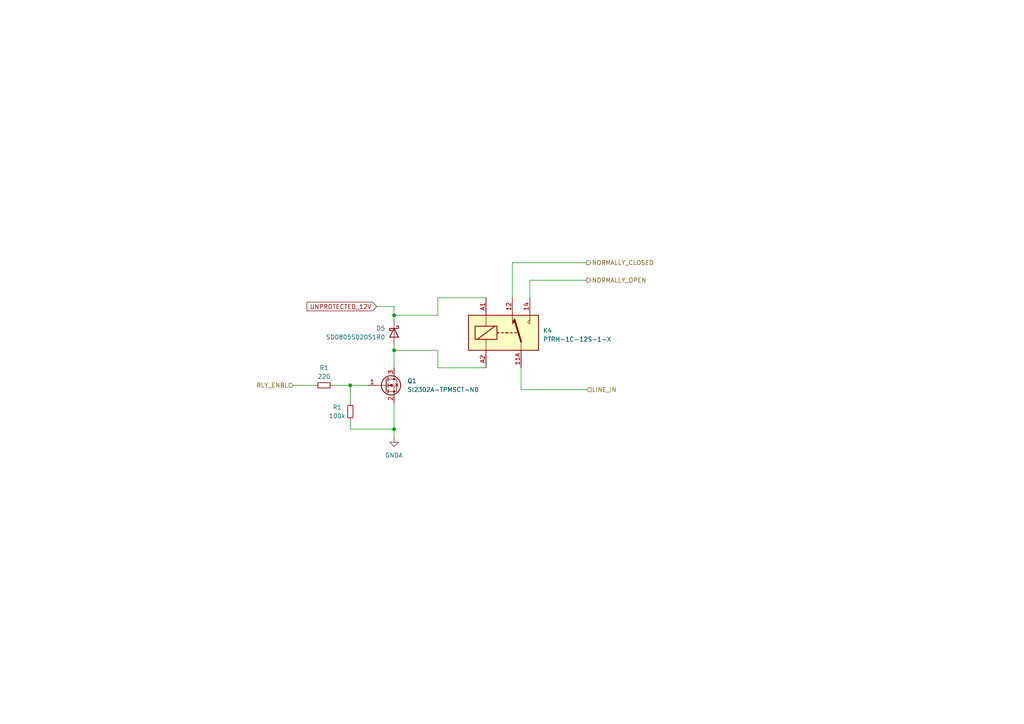
<source format=kicad_sch>
(kicad_sch (version 20230121) (generator eeschema)

  (uuid 04ec9702-7a6b-4011-a9ae-a12525230182)

  (paper "A4")

  (lib_symbols
    (symbol "Device:D_Schottky" (pin_numbers hide) (pin_names (offset 1.016) hide) (in_bom yes) (on_board yes)
      (property "Reference" "D" (at 0 2.54 0)
        (effects (font (size 1.27 1.27)))
      )
      (property "Value" "D_Schottky" (at 0 -2.54 0)
        (effects (font (size 1.27 1.27)))
      )
      (property "Footprint" "" (at 0 0 0)
        (effects (font (size 1.27 1.27)) hide)
      )
      (property "Datasheet" "~" (at 0 0 0)
        (effects (font (size 1.27 1.27)) hide)
      )
      (property "ki_keywords" "diode Schottky" (at 0 0 0)
        (effects (font (size 1.27 1.27)) hide)
      )
      (property "ki_description" "Schottky diode" (at 0 0 0)
        (effects (font (size 1.27 1.27)) hide)
      )
      (property "ki_fp_filters" "TO-???* *_Diode_* *SingleDiode* D_*" (at 0 0 0)
        (effects (font (size 1.27 1.27)) hide)
      )
      (symbol "D_Schottky_0_1"
        (polyline
          (pts
            (xy 1.27 0)
            (xy -1.27 0)
          )
          (stroke (width 0) (type default))
          (fill (type none))
        )
        (polyline
          (pts
            (xy 1.27 1.27)
            (xy 1.27 -1.27)
            (xy -1.27 0)
            (xy 1.27 1.27)
          )
          (stroke (width 0.254) (type default))
          (fill (type none))
        )
        (polyline
          (pts
            (xy -1.905 0.635)
            (xy -1.905 1.27)
            (xy -1.27 1.27)
            (xy -1.27 -1.27)
            (xy -0.635 -1.27)
            (xy -0.635 -0.635)
          )
          (stroke (width 0.254) (type default))
          (fill (type none))
        )
      )
      (symbol "D_Schottky_1_1"
        (pin passive line (at -3.81 0 0) (length 2.54)
          (name "K" (effects (font (size 1.27 1.27))))
          (number "1" (effects (font (size 1.27 1.27))))
        )
        (pin passive line (at 3.81 0 180) (length 2.54)
          (name "A" (effects (font (size 1.27 1.27))))
          (number "2" (effects (font (size 1.27 1.27))))
        )
      )
    )
    (symbol "Device:Q_NMOS_GSD" (pin_names (offset 0) hide) (in_bom yes) (on_board yes)
      (property "Reference" "Q" (at 5.08 1.27 0)
        (effects (font (size 1.27 1.27)) (justify left))
      )
      (property "Value" "Q_NMOS_GSD" (at 5.08 -1.27 0)
        (effects (font (size 1.27 1.27)) (justify left))
      )
      (property "Footprint" "" (at 5.08 2.54 0)
        (effects (font (size 1.27 1.27)) hide)
      )
      (property "Datasheet" "~" (at 0 0 0)
        (effects (font (size 1.27 1.27)) hide)
      )
      (property "ki_keywords" "transistor NMOS N-MOS N-MOSFET" (at 0 0 0)
        (effects (font (size 1.27 1.27)) hide)
      )
      (property "ki_description" "N-MOSFET transistor, gate/source/drain" (at 0 0 0)
        (effects (font (size 1.27 1.27)) hide)
      )
      (symbol "Q_NMOS_GSD_0_1"
        (polyline
          (pts
            (xy 0.254 0)
            (xy -2.54 0)
          )
          (stroke (width 0) (type default))
          (fill (type none))
        )
        (polyline
          (pts
            (xy 0.254 1.905)
            (xy 0.254 -1.905)
          )
          (stroke (width 0.254) (type default))
          (fill (type none))
        )
        (polyline
          (pts
            (xy 0.762 -1.27)
            (xy 0.762 -2.286)
          )
          (stroke (width 0.254) (type default))
          (fill (type none))
        )
        (polyline
          (pts
            (xy 0.762 0.508)
            (xy 0.762 -0.508)
          )
          (stroke (width 0.254) (type default))
          (fill (type none))
        )
        (polyline
          (pts
            (xy 0.762 2.286)
            (xy 0.762 1.27)
          )
          (stroke (width 0.254) (type default))
          (fill (type none))
        )
        (polyline
          (pts
            (xy 2.54 2.54)
            (xy 2.54 1.778)
          )
          (stroke (width 0) (type default))
          (fill (type none))
        )
        (polyline
          (pts
            (xy 2.54 -2.54)
            (xy 2.54 0)
            (xy 0.762 0)
          )
          (stroke (width 0) (type default))
          (fill (type none))
        )
        (polyline
          (pts
            (xy 0.762 -1.778)
            (xy 3.302 -1.778)
            (xy 3.302 1.778)
            (xy 0.762 1.778)
          )
          (stroke (width 0) (type default))
          (fill (type none))
        )
        (polyline
          (pts
            (xy 1.016 0)
            (xy 2.032 0.381)
            (xy 2.032 -0.381)
            (xy 1.016 0)
          )
          (stroke (width 0) (type default))
          (fill (type outline))
        )
        (polyline
          (pts
            (xy 2.794 0.508)
            (xy 2.921 0.381)
            (xy 3.683 0.381)
            (xy 3.81 0.254)
          )
          (stroke (width 0) (type default))
          (fill (type none))
        )
        (polyline
          (pts
            (xy 3.302 0.381)
            (xy 2.921 -0.254)
            (xy 3.683 -0.254)
            (xy 3.302 0.381)
          )
          (stroke (width 0) (type default))
          (fill (type none))
        )
        (circle (center 1.651 0) (radius 2.794)
          (stroke (width 0.254) (type default))
          (fill (type none))
        )
        (circle (center 2.54 -1.778) (radius 0.254)
          (stroke (width 0) (type default))
          (fill (type outline))
        )
        (circle (center 2.54 1.778) (radius 0.254)
          (stroke (width 0) (type default))
          (fill (type outline))
        )
      )
      (symbol "Q_NMOS_GSD_1_1"
        (pin input line (at -5.08 0 0) (length 2.54)
          (name "G" (effects (font (size 1.27 1.27))))
          (number "1" (effects (font (size 1.27 1.27))))
        )
        (pin passive line (at 2.54 -5.08 90) (length 2.54)
          (name "S" (effects (font (size 1.27 1.27))))
          (number "2" (effects (font (size 1.27 1.27))))
        )
        (pin passive line (at 2.54 5.08 270) (length 2.54)
          (name "D" (effects (font (size 1.27 1.27))))
          (number "3" (effects (font (size 1.27 1.27))))
        )
      )
    )
    (symbol "Device:R_Small" (pin_numbers hide) (pin_names (offset 0.254) hide) (in_bom yes) (on_board yes)
      (property "Reference" "R" (at 0.762 0.508 0)
        (effects (font (size 1.27 1.27)) (justify left))
      )
      (property "Value" "R_Small" (at 0.762 -1.016 0)
        (effects (font (size 1.27 1.27)) (justify left))
      )
      (property "Footprint" "" (at 0 0 0)
        (effects (font (size 1.27 1.27)) hide)
      )
      (property "Datasheet" "~" (at 0 0 0)
        (effects (font (size 1.27 1.27)) hide)
      )
      (property "ki_keywords" "R resistor" (at 0 0 0)
        (effects (font (size 1.27 1.27)) hide)
      )
      (property "ki_description" "Resistor, small symbol" (at 0 0 0)
        (effects (font (size 1.27 1.27)) hide)
      )
      (property "ki_fp_filters" "R_*" (at 0 0 0)
        (effects (font (size 1.27 1.27)) hide)
      )
      (symbol "R_Small_0_1"
        (rectangle (start -0.762 1.778) (end 0.762 -1.778)
          (stroke (width 0.2032) (type default))
          (fill (type none))
        )
      )
      (symbol "R_Small_1_1"
        (pin passive line (at 0 2.54 270) (length 0.762)
          (name "~" (effects (font (size 1.27 1.27))))
          (number "1" (effects (font (size 1.27 1.27))))
        )
        (pin passive line (at 0 -2.54 90) (length 0.762)
          (name "~" (effects (font (size 1.27 1.27))))
          (number "2" (effects (font (size 1.27 1.27))))
        )
      )
    )
    (symbol "RB_PARTS:PTRH-1C-12S-1-X" (in_bom yes) (on_board yes)
      (property "Reference" "K" (at 11.43 8.89 0)
        (effects (font (size 1.27 1.27)))
      )
      (property "Value" "PTRH-1C-12S-1-X" (at 20.32 6.35 0)
        (effects (font (size 1.27 1.27)))
      )
      (property "Footprint" "RB_FTP:PTRH-1C-12S-1-X" (at 0 0 0)
        (effects (font (size 1.27 1.27)) hide)
      )
      (property "Datasheet" "https://pickercomponents.com/pdf/Relays/PTRH.pdf" (at 0 0 0)
        (effects (font (size 1.27 1.27)) hide)
      )
      (symbol "PTRH-1C-12S-1-X_1_0"
        (polyline
          (pts
            (xy 2.54 3.81)
            (xy 2.54 5.08)
          )
          (stroke (width 0) (type default))
          (fill (type none))
        )
        (polyline
          (pts
            (xy 7.62 3.81)
            (xy 7.62 5.08)
          )
          (stroke (width 0) (type default))
          (fill (type none))
        )
        (polyline
          (pts
            (xy 7.62 3.81)
            (xy 7.62 2.54)
            (xy 6.985 3.175)
            (xy 7.62 3.81)
          )
          (stroke (width 0) (type default))
          (fill (type none))
        )
      )
      (symbol "PTRH-1C-12S-1-X_1_1"
        (rectangle (start -10.16 5.08) (end 10.16 -5.08)
          (stroke (width 0.254) (type default))
          (fill (type background))
        )
        (rectangle (start -8.255 1.905) (end -1.905 -1.905)
          (stroke (width 0.254) (type default))
          (fill (type none))
        )
        (polyline
          (pts
            (xy -7.62 -1.905)
            (xy -2.54 1.905)
          )
          (stroke (width 0.254) (type default))
          (fill (type none))
        )
        (polyline
          (pts
            (xy -5.08 -5.08)
            (xy -5.08 -1.905)
          )
          (stroke (width 0) (type default))
          (fill (type none))
        )
        (polyline
          (pts
            (xy -5.08 5.08)
            (xy -5.08 1.905)
          )
          (stroke (width 0) (type default))
          (fill (type none))
        )
        (polyline
          (pts
            (xy -1.905 0)
            (xy -1.27 0)
          )
          (stroke (width 0.254) (type default))
          (fill (type none))
        )
        (polyline
          (pts
            (xy -0.635 0)
            (xy 0 0)
          )
          (stroke (width 0.254) (type default))
          (fill (type none))
        )
        (polyline
          (pts
            (xy 0.635 0)
            (xy 1.27 0)
          )
          (stroke (width 0.254) (type default))
          (fill (type none))
        )
        (polyline
          (pts
            (xy 0.635 0)
            (xy 1.27 0)
          )
          (stroke (width 0.254) (type default))
          (fill (type none))
        )
        (polyline
          (pts
            (xy 1.905 0)
            (xy 2.54 0)
          )
          (stroke (width 0.254) (type default))
          (fill (type none))
        )
        (polyline
          (pts
            (xy 3.175 0)
            (xy 3.81 0)
          )
          (stroke (width 0.254) (type default))
          (fill (type none))
        )
        (polyline
          (pts
            (xy 5.08 -2.54)
            (xy 3.175 3.81)
          )
          (stroke (width 0.508) (type default))
          (fill (type none))
        )
        (polyline
          (pts
            (xy 5.08 -2.54)
            (xy 5.08 -5.08)
          )
          (stroke (width 0) (type default))
          (fill (type none))
        )
        (polyline
          (pts
            (xy 2.54 2.54)
            (xy 3.175 3.175)
            (xy 2.54 3.81)
          )
          (stroke (width 0) (type default))
          (fill (type outline))
        )
        (pin passive line (at 5.08 -10.16 90) (length 5.08)
          (name "~" (effects (font (size 1.27 1.27))))
          (number "11A" (effects (font (size 1.27 1.27))))
        )
        (pin passive line (at 5.08 -10.16 90) (length 5.08) hide
          (name "~" (effects (font (size 1.27 1.27))))
          (number "11B" (effects (font (size 1.27 1.27))))
        )
        (pin passive line (at 2.54 10.16 270) (length 5.08)
          (name "~" (effects (font (size 1.27 1.27))))
          (number "12" (effects (font (size 1.27 1.27))))
        )
        (pin passive line (at 7.62 10.16 270) (length 5.08)
          (name "~" (effects (font (size 1.27 1.27))))
          (number "14" (effects (font (size 1.27 1.27))))
        )
        (pin passive line (at -5.08 10.16 270) (length 5.08)
          (name "~" (effects (font (size 1.27 1.27))))
          (number "A1" (effects (font (size 1.27 1.27))))
        )
        (pin passive line (at -5.08 -10.16 90) (length 5.08)
          (name "~" (effects (font (size 1.27 1.27))))
          (number "A2" (effects (font (size 1.27 1.27))))
        )
      )
    )
    (symbol "power:GNDA" (power) (pin_names (offset 0)) (in_bom yes) (on_board yes)
      (property "Reference" "#PWR" (at 0 -6.35 0)
        (effects (font (size 1.27 1.27)) hide)
      )
      (property "Value" "GNDA" (at 0 -3.81 0)
        (effects (font (size 1.27 1.27)))
      )
      (property "Footprint" "" (at 0 0 0)
        (effects (font (size 1.27 1.27)) hide)
      )
      (property "Datasheet" "" (at 0 0 0)
        (effects (font (size 1.27 1.27)) hide)
      )
      (property "ki_keywords" "global power" (at 0 0 0)
        (effects (font (size 1.27 1.27)) hide)
      )
      (property "ki_description" "Power symbol creates a global label with name \"GNDA\" , analog ground" (at 0 0 0)
        (effects (font (size 1.27 1.27)) hide)
      )
      (symbol "GNDA_0_1"
        (polyline
          (pts
            (xy 0 0)
            (xy 0 -1.27)
            (xy 1.27 -1.27)
            (xy 0 -2.54)
            (xy -1.27 -1.27)
            (xy 0 -1.27)
          )
          (stroke (width 0) (type default))
          (fill (type none))
        )
      )
      (symbol "GNDA_1_1"
        (pin power_in line (at 0 0 270) (length 0) hide
          (name "GNDA" (effects (font (size 1.27 1.27))))
          (number "1" (effects (font (size 1.27 1.27))))
        )
      )
    )
  )

  (junction (at 114.3 91.44) (diameter 0) (color 0 0 0 0)
    (uuid 1a38c21f-4ad5-44ff-b044-7aa73f285e0d)
  )
  (junction (at 114.3 124.46) (diameter 0) (color 0 0 0 0)
    (uuid ab343d0f-52e9-4e2b-91d5-507da0efe0f6)
  )
  (junction (at 114.3 101.6) (diameter 0) (color 0 0 0 0)
    (uuid ae3b0e15-c7ce-453a-8f84-61ecc7c0b653)
  )
  (junction (at 101.6 111.76) (diameter 0) (color 0 0 0 0)
    (uuid de5256f6-3d2b-4d5d-bbf0-f8c3eadf78aa)
  )

  (wire (pts (xy 148.59 76.2) (xy 170.18 76.2))
    (stroke (width 0) (type default))
    (uuid 00d15605-706d-49a4-86bb-c8482cdde021)
  )
  (wire (pts (xy 114.3 91.44) (xy 127 91.44))
    (stroke (width 0) (type default))
    (uuid 085a8279-7073-4ee6-936f-caeb9403cc8d)
  )
  (wire (pts (xy 114.3 116.84) (xy 114.3 124.46))
    (stroke (width 0) (type default))
    (uuid 158a9de3-b004-47e4-b38c-5ee904d501f6)
  )
  (wire (pts (xy 140.97 106.68) (xy 127 106.68))
    (stroke (width 0) (type default))
    (uuid 17a9e33d-b63e-4ee5-b502-9940fef37f49)
  )
  (wire (pts (xy 114.3 88.9) (xy 114.3 91.44))
    (stroke (width 0) (type default))
    (uuid 18f6e37d-ef9d-407d-8272-4eef683eae7e)
  )
  (wire (pts (xy 148.59 86.36) (xy 148.59 76.2))
    (stroke (width 0) (type default))
    (uuid 19fca0d3-08e5-4760-b519-3d3fa6dd1570)
  )
  (wire (pts (xy 153.67 86.36) (xy 153.67 81.28))
    (stroke (width 0) (type default))
    (uuid 327fa694-d1f3-4319-8810-40e22105a869)
  )
  (wire (pts (xy 114.3 91.44) (xy 114.3 92.71))
    (stroke (width 0) (type default))
    (uuid 62a69f49-9ddb-4630-8524-d8b08d387ae7)
  )
  (wire (pts (xy 101.6 116.84) (xy 101.6 111.76))
    (stroke (width 0) (type default))
    (uuid 69ed35f5-82b9-4278-9408-53039f99e253)
  )
  (wire (pts (xy 127 106.68) (xy 127 101.6))
    (stroke (width 0) (type default))
    (uuid 7af5daaa-6ae4-4944-83cd-3aad5f751069)
  )
  (wire (pts (xy 114.3 124.46) (xy 114.3 127))
    (stroke (width 0) (type default))
    (uuid 82865b83-d003-4502-8462-022a47290d14)
  )
  (wire (pts (xy 109.22 88.9) (xy 114.3 88.9))
    (stroke (width 0) (type default))
    (uuid 8455b224-4da9-4f73-818d-001c45d14fd3)
  )
  (wire (pts (xy 151.13 106.68) (xy 151.13 113.03))
    (stroke (width 0) (type default))
    (uuid 94062912-5e1e-46be-af3d-88847e7a3959)
  )
  (wire (pts (xy 127 91.44) (xy 127 86.36))
    (stroke (width 0) (type default))
    (uuid 9f2142f0-c3f6-4106-bbb9-2ddbe3dbc3fe)
  )
  (wire (pts (xy 101.6 111.76) (xy 106.68 111.76))
    (stroke (width 0) (type default))
    (uuid a0c85d09-3fe1-495b-abb6-b82621447190)
  )
  (wire (pts (xy 151.13 113.03) (xy 170.18 113.03))
    (stroke (width 0) (type default))
    (uuid aed68273-0bc0-4b0d-a301-9d86df9e8782)
  )
  (wire (pts (xy 127 86.36) (xy 140.97 86.36))
    (stroke (width 0) (type default))
    (uuid b981c7ab-55bc-4a33-81ee-49c72160ac79)
  )
  (wire (pts (xy 96.52 111.76) (xy 101.6 111.76))
    (stroke (width 0) (type default))
    (uuid bbd85db4-ffde-47e4-b773-6d69db596550)
  )
  (wire (pts (xy 153.67 81.28) (xy 170.18 81.28))
    (stroke (width 0) (type default))
    (uuid bde8211e-8f4a-4294-bc33-b9fa9feb3b4c)
  )
  (wire (pts (xy 101.6 124.46) (xy 101.6 121.92))
    (stroke (width 0) (type default))
    (uuid cb5c0886-3086-4795-9634-dbef8f66b596)
  )
  (wire (pts (xy 114.3 100.33) (xy 114.3 101.6))
    (stroke (width 0) (type default))
    (uuid cbf9ed4d-3c60-4606-b0d2-5fe34cd26361)
  )
  (wire (pts (xy 114.3 101.6) (xy 114.3 106.68))
    (stroke (width 0) (type default))
    (uuid d94e1654-6257-45bd-b098-82745e77c4c0)
  )
  (wire (pts (xy 114.3 101.6) (xy 127 101.6))
    (stroke (width 0) (type default))
    (uuid e11f1f51-8afb-44ea-a3d8-77976dcc7021)
  )
  (wire (pts (xy 85.09 111.76) (xy 91.44 111.76))
    (stroke (width 0) (type default))
    (uuid e3314b52-0479-4edd-85f5-c8109d3b433e)
  )
  (wire (pts (xy 114.3 124.46) (xy 101.6 124.46))
    (stroke (width 0) (type default))
    (uuid f694311c-4454-46f4-b751-2f9da348c723)
  )

  (global_label "UNPROTECTED_12V" (shape input) (at 109.22 88.9 180) (fields_autoplaced)
    (effects (font (size 1.27 1.27)) (justify right))
    (uuid ad389e89-e07c-4518-992b-c18b6a270b2e)
    (property "Intersheetrefs" "${INTERSHEET_REFS}" (at 88.5343 88.9 0)
      (effects (font (size 1.27 1.27)) (justify right) hide)
    )
  )

  (hierarchical_label "RLY_ENBL" (shape input) (at 85.09 111.76 180) (fields_autoplaced)
    (effects (font (size 1.27 1.27)) (justify right))
    (uuid 04f3cd20-51d0-4c89-b458-7c6c7a5ee153)
  )
  (hierarchical_label "LINE_IN" (shape input) (at 170.18 113.03 0) (fields_autoplaced)
    (effects (font (size 1.27 1.27)) (justify left))
    (uuid 1ddd8ed1-0afe-46b5-8f30-d218a685bfbf)
  )
  (hierarchical_label "NORMALLY_OPEN" (shape output) (at 170.18 81.28 0) (fields_autoplaced)
    (effects (font (size 1.27 1.27)) (justify left))
    (uuid 7ae33660-c8db-4243-848f-a2a5e76a0d36)
  )
  (hierarchical_label "NORMALLY_CLOSED" (shape output) (at 170.18 76.2 0) (fields_autoplaced)
    (effects (font (size 1.27 1.27)) (justify left))
    (uuid b998f778-4c28-4964-9061-635ca746c468)
  )

  (symbol (lib_id "RB_PARTS:PTRH-1C-12S-1-X") (at 146.05 96.52 0) (unit 1)
    (in_bom yes) (on_board yes) (dnp no) (fields_autoplaced)
    (uuid 0e8269ce-bfbf-4f78-83ba-bd7de4b1d84e)
    (property "Reference" "K4" (at 157.48 95.885 0)
      (effects (font (size 1.27 1.27)) (justify left))
    )
    (property "Value" "PTRH-1C-12S-1-X" (at 157.48 98.425 0)
      (effects (font (size 1.27 1.27)) (justify left))
    )
    (property "Footprint" "RB_FTP:PTRH-1C-12S-1-X" (at 146.05 96.52 0)
      (effects (font (size 1.27 1.27)) hide)
    )
    (property "Datasheet" "https://pickercomponents.com/pdf/Relays/PTRH.pdf" (at 146.05 96.52 0)
      (effects (font (size 1.27 1.27)) hide)
    )
    (property "Part#" "" (at 146.05 96.52 0)
      (effects (font (size 1.27 1.27)) hide)
    )
    (pin "11A" (uuid 9564bf77-2086-45bd-ba5d-08e08704a997))
    (pin "11B" (uuid 6b59d4e7-160f-49e0-8779-b2f90e2f80d9))
    (pin "12" (uuid ca006f5e-9da5-4fa1-bdbc-29e868deb9c2))
    (pin "14" (uuid ec91364b-8a06-4cbf-b5ce-45bf5223be58))
    (pin "A1" (uuid 32e31599-283b-4e1a-a079-30a08a3ba334))
    (pin "A2" (uuid 680a6553-3a92-4577-b80c-0bd15cba0bef))
    (instances
      (project "Relay_Board_Lucy_V1"
        (path "/1f586fab-d165-4cda-895e-cc224a8182b4"
          (reference "K4") (unit 1)
        )
        (path "/1f586fab-d165-4cda-895e-cc224a8182b4/ed81dffe-8ef6-4a6b-bb11-de534fb08671"
          (reference "K3") (unit 1)
        )
        (path "/1f586fab-d165-4cda-895e-cc224a8182b4/4b1c0f83-d3c7-42cf-a2fc-f90e1b4570a4"
          (reference "K4") (unit 1)
        )
      )
    )
  )

  (symbol (lib_id "power:GNDA") (at 114.3 127 0) (unit 1)
    (in_bom yes) (on_board yes) (dnp no)
    (uuid 3d055dbf-2ed6-4643-a74e-645c7608e604)
    (property "Reference" "#PWR023" (at 114.3 133.35 0)
      (effects (font (size 1.27 1.27)) hide)
    )
    (property "Value" "GNDA" (at 116.84 132.08 0)
      (effects (font (size 1.27 1.27)) (justify right))
    )
    (property "Footprint" "" (at 114.3 127 0)
      (effects (font (size 1.27 1.27)) hide)
    )
    (property "Datasheet" "" (at 114.3 127 0)
      (effects (font (size 1.27 1.27)) hide)
    )
    (pin "1" (uuid 8e5ae82c-2641-476b-8ffb-31801a94d246))
    (instances
      (project "Relay_Board_Lucy_V1"
        (path "/1f586fab-d165-4cda-895e-cc224a8182b4/d0430468-7d1b-42a2-a24e-658bd737b804"
          (reference "#PWR023") (unit 1)
        )
        (path "/1f586fab-d165-4cda-895e-cc224a8182b4"
          (reference "#PWR025") (unit 1)
        )
        (path "/1f586fab-d165-4cda-895e-cc224a8182b4/ed81dffe-8ef6-4a6b-bb11-de534fb08671"
          (reference "#PWR05") (unit 1)
        )
        (path "/1f586fab-d165-4cda-895e-cc224a8182b4/4b1c0f83-d3c7-42cf-a2fc-f90e1b4570a4"
          (reference "#PWR028") (unit 1)
        )
      )
    )
  )

  (symbol (lib_id "Device:R_Small") (at 93.98 111.76 270) (unit 1)
    (in_bom yes) (on_board yes) (dnp no)
    (uuid 97d6e6a7-af66-4f01-afe1-14b053a4bffc)
    (property "Reference" "R1" (at 93.98 106.68 90)
      (effects (font (size 1.27 1.27)))
    )
    (property "Value" "220" (at 93.98 109.22 90)
      (effects (font (size 1.27 1.27)))
    )
    (property "Footprint" "Resistor_SMD:R_0603_1608Metric" (at 93.98 111.76 0)
      (effects (font (size 1.27 1.27)) hide)
    )
    (property "Datasheet" "~" (at 93.98 111.76 0)
      (effects (font (size 1.27 1.27)) hide)
    )
    (property "Part#" "" (at 93.98 111.76 0)
      (effects (font (size 1.27 1.27)) hide)
    )
    (pin "1" (uuid bedff454-f0ca-45b0-875e-ab0d840b71d3))
    (pin "2" (uuid 2e976678-8677-4e30-a581-5483362b4e1b))
    (instances
      (project "Relay_Board_Lucy_V1"
        (path "/1f586fab-d165-4cda-895e-cc224a8182b4/d0430468-7d1b-42a2-a24e-658bd737b804"
          (reference "R1") (unit 1)
        )
        (path "/1f586fab-d165-4cda-895e-cc224a8182b4"
          (reference "R2") (unit 1)
        )
        (path "/1f586fab-d165-4cda-895e-cc224a8182b4/e3e3a679-5f79-4d77-8bec-4f63930827cc"
          (reference "R11") (unit 1)
        )
        (path "/1f586fab-d165-4cda-895e-cc224a8182b4/2c5921d2-6c17-4365-bb30-821f28165af3"
          (reference "R12") (unit 1)
        )
        (path "/1f586fab-d165-4cda-895e-cc224a8182b4/ed81dffe-8ef6-4a6b-bb11-de534fb08671"
          (reference "R30") (unit 1)
        )
        (path "/1f586fab-d165-4cda-895e-cc224a8182b4/4b1c0f83-d3c7-42cf-a2fc-f90e1b4570a4"
          (reference "R32") (unit 1)
        )
      )
    )
  )

  (symbol (lib_id "Device:Q_NMOS_GSD") (at 111.76 111.76 0) (unit 1)
    (in_bom yes) (on_board yes) (dnp no) (fields_autoplaced)
    (uuid b9b489e1-dc16-4f1b-9061-895d3d056123)
    (property "Reference" "Q1" (at 118.11 110.49 0)
      (effects (font (size 1.27 1.27)) (justify left))
    )
    (property "Value" "SI2302A-TPMSCT-ND" (at 118.11 113.03 0)
      (effects (font (size 1.27 1.27)) (justify left))
    )
    (property "Footprint" "Package_TO_SOT_SMD:SOT-23-3" (at 116.84 109.22 0)
      (effects (font (size 1.27 1.27)) hide)
    )
    (property "Datasheet" "https://www.mccsemi.com/pdf/Products/SI2302A(SOT-23).pdf" (at 111.76 111.76 0)
      (effects (font (size 1.27 1.27)) hide)
    )
    (property "Part#" "" (at 111.76 111.76 0)
      (effects (font (size 1.27 1.27)) hide)
    )
    (pin "1" (uuid a9884c9f-9335-4393-a454-1da0a72dd703))
    (pin "2" (uuid 11dcc37a-72c1-4636-8a70-d9c7c491da7c))
    (pin "3" (uuid adec8403-2876-4cdb-a23e-0dcb094ffaaa))
    (instances
      (project "Relay_Board_Lucy_V1"
        (path "/1f586fab-d165-4cda-895e-cc224a8182b4"
          (reference "Q1") (unit 1)
        )
        (path "/1f586fab-d165-4cda-895e-cc224a8182b4/e3e3a679-5f79-4d77-8bec-4f63930827cc"
          (reference "Q3") (unit 1)
        )
        (path "/1f586fab-d165-4cda-895e-cc224a8182b4/2c5921d2-6c17-4365-bb30-821f28165af3"
          (reference "Q4") (unit 1)
        )
        (path "/1f586fab-d165-4cda-895e-cc224a8182b4/ed81dffe-8ef6-4a6b-bb11-de534fb08671"
          (reference "Q4") (unit 1)
        )
        (path "/1f586fab-d165-4cda-895e-cc224a8182b4/4b1c0f83-d3c7-42cf-a2fc-f90e1b4570a4"
          (reference "Q5") (unit 1)
        )
      )
    )
  )

  (symbol (lib_id "Device:D_Schottky") (at 114.3 96.52 270) (unit 1)
    (in_bom yes) (on_board yes) (dnp no)
    (uuid d740aabc-dc56-4243-b9be-58a80ec31744)
    (property "Reference" "D5" (at 111.76 95.25 90)
      (effects (font (size 1.27 1.27)) (justify right))
    )
    (property "Value" "SD0805S020S1R0" (at 111.76 97.79 90)
      (effects (font (size 1.27 1.27)) (justify right))
    )
    (property "Footprint" "Diode_SMD:D_0805_2012Metric_Pad1.15x1.40mm_HandSolder" (at 114.3 96.52 0)
      (effects (font (size 1.27 1.27)) hide)
    )
    (property "Datasheet" "https://datasheets.kyocera-avx.com/schottky.pdf" (at 114.3 96.52 0)
      (effects (font (size 1.27 1.27)) hide)
    )
    (property "Part#" "" (at 114.3 96.52 0)
      (effects (font (size 1.27 1.27)) hide)
    )
    (pin "1" (uuid 0623aad2-65d0-40b4-b16a-df493c2b7d95))
    (pin "2" (uuid a8841ef0-c7f9-49ca-a6ba-21e8c80a428d))
    (instances
      (project "Relay_Board_Lucy_V1"
        (path "/1f586fab-d165-4cda-895e-cc224a8182b4/e3e3a679-5f79-4d77-8bec-4f63930827cc"
          (reference "D5") (unit 1)
        )
        (path "/1f586fab-d165-4cda-895e-cc224a8182b4/2c5921d2-6c17-4365-bb30-821f28165af3"
          (reference "D6") (unit 1)
        )
        (path "/1f586fab-d165-4cda-895e-cc224a8182b4/ed81dffe-8ef6-4a6b-bb11-de534fb08671"
          (reference "D14") (unit 1)
        )
        (path "/1f586fab-d165-4cda-895e-cc224a8182b4/4b1c0f83-d3c7-42cf-a2fc-f90e1b4570a4"
          (reference "D15") (unit 1)
        )
      )
    )
  )

  (symbol (lib_id "Device:R_Small") (at 101.6 119.38 0) (unit 1)
    (in_bom yes) (on_board yes) (dnp no)
    (uuid df974884-3f3a-4dca-ab3e-ea25efacd8f7)
    (property "Reference" "R1" (at 97.79 118.11 0)
      (effects (font (size 1.27 1.27)))
    )
    (property "Value" "100k" (at 97.79 120.65 0)
      (effects (font (size 1.27 1.27)))
    )
    (property "Footprint" "Resistor_SMD:R_0603_1608Metric" (at 101.6 119.38 0)
      (effects (font (size 1.27 1.27)) hide)
    )
    (property "Datasheet" "~" (at 101.6 119.38 0)
      (effects (font (size 1.27 1.27)) hide)
    )
    (property "Part#" "" (at 101.6 119.38 0)
      (effects (font (size 1.27 1.27)) hide)
    )
    (pin "1" (uuid 722a8be5-af5c-4c91-a8f2-db9405eef6c8))
    (pin "2" (uuid 934fecad-c7ff-443c-861f-df1c38f0da48))
    (instances
      (project "Relay_Board_Lucy_V1"
        (path "/1f586fab-d165-4cda-895e-cc224a8182b4/d0430468-7d1b-42a2-a24e-658bd737b804"
          (reference "R1") (unit 1)
        )
        (path "/1f586fab-d165-4cda-895e-cc224a8182b4"
          (reference "R2") (unit 1)
        )
        (path "/1f586fab-d165-4cda-895e-cc224a8182b4/e3e3a679-5f79-4d77-8bec-4f63930827cc"
          (reference "R14") (unit 1)
        )
        (path "/1f586fab-d165-4cda-895e-cc224a8182b4/2c5921d2-6c17-4365-bb30-821f28165af3"
          (reference "R15") (unit 1)
        )
        (path "/1f586fab-d165-4cda-895e-cc224a8182b4/ed81dffe-8ef6-4a6b-bb11-de534fb08671"
          (reference "R31") (unit 1)
        )
        (path "/1f586fab-d165-4cda-895e-cc224a8182b4/4b1c0f83-d3c7-42cf-a2fc-f90e1b4570a4"
          (reference "R33") (unit 1)
        )
      )
    )
  )
)

</source>
